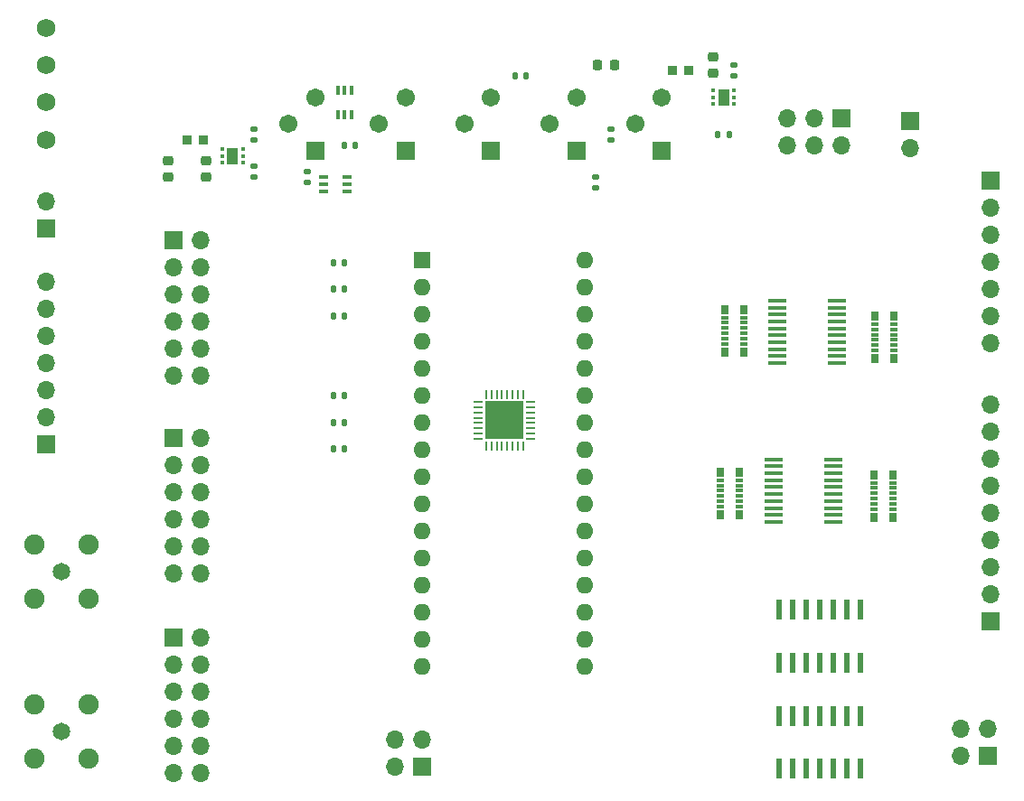
<source format=gbr>
%TF.GenerationSoftware,KiCad,Pcbnew,8.0.6-8.0.6-0~ubuntu24.04.1*%
%TF.CreationDate,2025-02-19T13:10:04-10:00*%
%TF.ProjectId,board_main,626f6172-645f-46d6-9169-6e2e6b696361,rev?*%
%TF.SameCoordinates,Original*%
%TF.FileFunction,Soldermask,Top*%
%TF.FilePolarity,Negative*%
%FSLAX46Y46*%
G04 Gerber Fmt 4.6, Leading zero omitted, Abs format (unit mm)*
G04 Created by KiCad (PCBNEW 8.0.6-8.0.6-0~ubuntu24.04.1) date 2025-02-19 13:10:04*
%MOMM*%
%LPD*%
G01*
G04 APERTURE LIST*
G04 Aperture macros list*
%AMRoundRect*
0 Rectangle with rounded corners*
0 $1 Rounding radius*
0 $2 $3 $4 $5 $6 $7 $8 $9 X,Y pos of 4 corners*
0 Add a 4 corners polygon primitive as box body*
4,1,4,$2,$3,$4,$5,$6,$7,$8,$9,$2,$3,0*
0 Add four circle primitives for the rounded corners*
1,1,$1+$1,$2,$3*
1,1,$1+$1,$4,$5*
1,1,$1+$1,$6,$7*
1,1,$1+$1,$8,$9*
0 Add four rect primitives between the rounded corners*
20,1,$1+$1,$2,$3,$4,$5,0*
20,1,$1+$1,$4,$5,$6,$7,0*
20,1,$1+$1,$6,$7,$8,$9,0*
20,1,$1+$1,$8,$9,$2,$3,0*%
G04 Aperture macros list end*
%ADD10R,1.700000X1.700000*%
%ADD11O,1.700000X1.700000*%
%ADD12RoundRect,0.135000X-0.135000X-0.185000X0.135000X-0.185000X0.135000X0.185000X-0.135000X0.185000X0*%
%ADD13R,1.676400X0.355600*%
%ADD14RoundRect,0.062500X-0.337500X-0.062500X0.337500X-0.062500X0.337500X0.062500X-0.337500X0.062500X0*%
%ADD15RoundRect,0.062500X-0.062500X-0.337500X0.062500X-0.337500X0.062500X0.337500X-0.062500X0.337500X0*%
%ADD16R,3.600000X3.600000*%
%ADD17C,1.651000*%
%ADD18C,1.905000*%
%ADD19RoundRect,0.135000X0.185000X-0.135000X0.185000X0.135000X-0.185000X0.135000X-0.185000X-0.135000X0*%
%ADD20R,0.558800X1.981200*%
%ADD21RoundRect,0.140000X-0.140000X-0.170000X0.140000X-0.170000X0.140000X0.170000X-0.140000X0.170000X0*%
%ADD22RoundRect,0.135000X-0.185000X0.135000X-0.185000X-0.135000X0.185000X-0.135000X0.185000X0.135000X0*%
%ADD23R,0.965200X0.939800*%
%ADD24R,0.449999X0.299999*%
%ADD25R,1.000000X1.599999*%
%ADD26R,1.600000X1.600000*%
%ADD27O,1.600000X1.600000*%
%ADD28R,0.876300X0.355600*%
%ADD29RoundRect,0.225000X0.250000X-0.225000X0.250000X0.225000X-0.250000X0.225000X-0.250000X-0.225000X0*%
%ADD30RoundRect,0.225000X-0.250000X0.225000X-0.250000X-0.225000X0.250000X-0.225000X0.250000X0.225000X0*%
%ADD31R,0.355600X0.876300*%
%ADD32RoundRect,0.140000X0.170000X-0.140000X0.170000X0.140000X-0.170000X0.140000X-0.170000X-0.140000X0*%
%ADD33RoundRect,0.135000X0.135000X0.185000X-0.135000X0.185000X-0.135000X-0.185000X0.135000X-0.185000X0*%
%ADD34RoundRect,0.102000X0.754000X-0.754000X0.754000X0.754000X-0.754000X0.754000X-0.754000X-0.754000X0*%
%ADD35C,1.712000*%
%ADD36R,0.787400X0.863600*%
%ADD37R,0.787400X0.355600*%
%ADD38C,1.727200*%
%ADD39RoundRect,0.225000X0.225000X0.250000X-0.225000X0.250000X-0.225000X-0.250000X0.225000X-0.250000X0*%
G04 APERTURE END LIST*
D10*
%TO.C,J11*%
X160000000Y-74225000D03*
D11*
X160000000Y-76765000D03*
%TD*%
D12*
%TO.C,R10*%
X106000000Y-87500000D03*
X107020000Y-87500000D03*
%TD*%
D10*
%TO.C,J9*%
X91000000Y-85380000D03*
D11*
X91000000Y-87920000D03*
X91000000Y-90460000D03*
X91000000Y-93000000D03*
X91000000Y-95540000D03*
X91000000Y-98080000D03*
X93540000Y-85380000D03*
X93540000Y-87920000D03*
X93540000Y-90460000D03*
X93540000Y-93000000D03*
X93540000Y-95540000D03*
X93540000Y-98080000D03*
%TD*%
D13*
%TO.C,U7*%
X147516200Y-91075000D03*
X147516200Y-91725001D03*
X147516200Y-92374999D03*
X147516200Y-93025001D03*
X147516200Y-93674999D03*
X147516200Y-94324998D03*
X147516200Y-94974999D03*
X147516200Y-95624998D03*
X147516200Y-96274999D03*
X147516200Y-96924998D03*
X153155000Y-96925000D03*
X153155000Y-96275002D03*
X153155000Y-95625001D03*
X153155000Y-94975002D03*
X153155000Y-94325001D03*
X153155000Y-93675002D03*
X153155000Y-93025001D03*
X153155000Y-92375002D03*
X153155000Y-91725001D03*
X153155000Y-91075002D03*
%TD*%
D14*
%TO.C,ADC1*%
X119550000Y-100550000D03*
X119550000Y-101050000D03*
X119550000Y-101550000D03*
X119550000Y-102050000D03*
X119550000Y-102550000D03*
X119550000Y-103050000D03*
X119550000Y-103550000D03*
X119550000Y-104050000D03*
D15*
X120250000Y-104750000D03*
X120750000Y-104750000D03*
X121250000Y-104750000D03*
X121750000Y-104750000D03*
X122250000Y-104750000D03*
X122750000Y-104750000D03*
X123250000Y-104750000D03*
X123750000Y-104750000D03*
D14*
X124450000Y-104050000D03*
X124450000Y-103550000D03*
X124450000Y-103050000D03*
X124450000Y-102550000D03*
X124450000Y-102050000D03*
X124450000Y-101550000D03*
X124450000Y-101050000D03*
X124450000Y-100550000D03*
D15*
X123750000Y-99850000D03*
X123250000Y-99850000D03*
X122750000Y-99850000D03*
X122250000Y-99850000D03*
X121750000Y-99850000D03*
X121250000Y-99850000D03*
X120750000Y-99850000D03*
X120250000Y-99850000D03*
D16*
X122000000Y-102300000D03*
%TD*%
D17*
%TO.C,J7*%
X80500000Y-116500000D03*
D18*
X83040000Y-113960000D03*
X77960000Y-113960000D03*
X77960000Y-119040000D03*
X83040000Y-119040000D03*
%TD*%
D13*
%TO.C,U8*%
X147180600Y-105967800D03*
X147180600Y-106617801D03*
X147180600Y-107267799D03*
X147180600Y-107917801D03*
X147180600Y-108567799D03*
X147180600Y-109217798D03*
X147180600Y-109867799D03*
X147180600Y-110517798D03*
X147180600Y-111167799D03*
X147180600Y-111817798D03*
X152819400Y-111817800D03*
X152819400Y-111167802D03*
X152819400Y-110517801D03*
X152819400Y-109867802D03*
X152819400Y-109217801D03*
X152819400Y-108567802D03*
X152819400Y-107917801D03*
X152819400Y-107267802D03*
X152819400Y-106617801D03*
X152819400Y-105967802D03*
%TD*%
D17*
%TO.C,J6*%
X80500000Y-131500000D03*
D18*
X83040000Y-128960000D03*
X77960000Y-128960000D03*
X77960000Y-134040000D03*
X83040000Y-134040000D03*
%TD*%
D19*
%TO.C,R1*%
X98500000Y-79510000D03*
X98500000Y-78490000D03*
%TD*%
D20*
%TO.C,U5*%
X155310000Y-120072400D03*
X154040000Y-120072400D03*
X152770000Y-120072400D03*
X151500000Y-120072400D03*
X150230000Y-120072400D03*
X148960000Y-120072400D03*
X147690000Y-120072400D03*
X147690000Y-125000000D03*
X148960000Y-125000000D03*
X150230000Y-125000000D03*
X151500000Y-125000000D03*
X152770000Y-125000000D03*
X154040000Y-125000000D03*
X155310000Y-125000000D03*
%TD*%
%TO.C,U6*%
X155310000Y-130036200D03*
X154040000Y-130036200D03*
X152770000Y-130036200D03*
X151500000Y-130036200D03*
X150230000Y-130036200D03*
X148960000Y-130036200D03*
X147690000Y-130036200D03*
X147690000Y-134963800D03*
X148960000Y-134963800D03*
X150230000Y-134963800D03*
X151500000Y-134963800D03*
X152770000Y-134963800D03*
X154040000Y-134963800D03*
X155310000Y-134963800D03*
%TD*%
D21*
%TO.C,C6*%
X107020000Y-76500000D03*
X107980000Y-76500000D03*
%TD*%
D11*
%TO.C,J13*%
X114275000Y-132235000D03*
X111735000Y-134775000D03*
D10*
X114275000Y-134775000D03*
D11*
X111735000Y-132235000D03*
%TD*%
D12*
%TO.C,R13*%
X106000000Y-100000000D03*
X107020000Y-100000000D03*
%TD*%
D22*
%TO.C,R3*%
X98500000Y-74990000D03*
X98500000Y-76010000D03*
%TD*%
D19*
%TO.C,R9*%
X132000000Y-76000000D03*
X132000000Y-74980000D03*
%TD*%
D23*
%TO.C,L2*%
X139249300Y-69500000D03*
X137750700Y-69500000D03*
%TD*%
D24*
%TO.C,U1*%
X97474999Y-78150001D03*
X97474999Y-77500000D03*
X97474999Y-76850001D03*
X95525001Y-76850001D03*
X95525001Y-77500000D03*
X95525001Y-78150001D03*
D25*
X96500000Y-77500000D03*
%TD*%
D26*
%TO.C,ADC2*%
X114260000Y-87300000D03*
D27*
X114260000Y-89840000D03*
X114260000Y-92380000D03*
X114260000Y-94920000D03*
X114260000Y-97460000D03*
X114260000Y-100000000D03*
X114260000Y-102540000D03*
X114260000Y-105080000D03*
X114260000Y-107620000D03*
X114260000Y-110160000D03*
X114260000Y-112700000D03*
X114260000Y-115240000D03*
X114260000Y-117780000D03*
X114260000Y-120320000D03*
X114260000Y-122860000D03*
X114260000Y-125400000D03*
X129500000Y-125400000D03*
X129500000Y-122860000D03*
X129500000Y-120320000D03*
X129500000Y-117780000D03*
X129500000Y-115240000D03*
X129500000Y-112700000D03*
X129500000Y-110160000D03*
X129500000Y-107620000D03*
X129500000Y-105080000D03*
X129500000Y-102540000D03*
X129500000Y-100000000D03*
X129500000Y-97460000D03*
X129500000Y-94920000D03*
X129500000Y-92380000D03*
X129500000Y-89840000D03*
X129500000Y-87300000D03*
%TD*%
D10*
%TO.C,J10*%
X91000000Y-122650000D03*
D11*
X91000000Y-125190000D03*
X91000000Y-127730000D03*
X91000000Y-130270000D03*
X91000000Y-132810000D03*
X91000000Y-135350000D03*
X93540000Y-122650000D03*
X93540000Y-125190000D03*
X93540000Y-127730000D03*
X93540000Y-130270000D03*
X93540000Y-132810000D03*
X93540000Y-135350000D03*
%TD*%
D28*
%TO.C,U3*%
X105000000Y-80799998D03*
X105000000Y-80149999D03*
X105000000Y-79500000D03*
X107222500Y-79500000D03*
X107222500Y-80149999D03*
X107222500Y-80799998D03*
%TD*%
D29*
%TO.C,C9*%
X141500000Y-69775000D03*
X141500000Y-68225000D03*
%TD*%
D30*
%TO.C,C2*%
X94000000Y-77950000D03*
X94000000Y-79500000D03*
%TD*%
D22*
%TO.C,R18*%
X130500000Y-79490000D03*
X130500000Y-80510000D03*
%TD*%
D12*
%TO.C,R14*%
X105990000Y-102500000D03*
X107010000Y-102500000D03*
%TD*%
D31*
%TO.C,U2*%
X106350001Y-73611250D03*
X107000000Y-73611250D03*
X107649999Y-73611250D03*
X107649999Y-71388750D03*
X107000000Y-71388750D03*
X106350001Y-71388750D03*
%TD*%
D10*
%TO.C,J4*%
X167500000Y-79840000D03*
D11*
X167500000Y-82380000D03*
X167500000Y-84920000D03*
X167500000Y-87460000D03*
X167500000Y-90000000D03*
X167500000Y-92540000D03*
X167500000Y-95080000D03*
%TD*%
D32*
%TO.C,C10*%
X143500000Y-69980000D03*
X143500000Y-69020000D03*
%TD*%
D11*
%TO.C,J5*%
X148460000Y-73960000D03*
X151000000Y-73960000D03*
D10*
X153540000Y-73960000D03*
D11*
X148460000Y-76500000D03*
X151000000Y-76500000D03*
X153540000Y-76500000D03*
%TD*%
D33*
%TO.C,R7*%
X143010000Y-75500000D03*
X141990000Y-75500000D03*
%TD*%
D19*
%TO.C,R4*%
X103500000Y-80010000D03*
X103500000Y-78990000D03*
%TD*%
D12*
%TO.C,R11*%
X106000000Y-90000000D03*
X107020000Y-90000000D03*
%TD*%
D34*
%TO.C,R5*%
X112730000Y-77000000D03*
D35*
X110230000Y-74500000D03*
X112730000Y-72000000D03*
%TD*%
D34*
%TO.C,R2*%
X104230000Y-77000000D03*
D35*
X101730000Y-74500000D03*
X104230000Y-72000000D03*
%TD*%
D12*
%TO.C,R16*%
X122990000Y-70000000D03*
X124010000Y-70000000D03*
%TD*%
D34*
%TO.C,R6*%
X120730000Y-77000000D03*
D35*
X118230000Y-74500000D03*
X120730000Y-72000000D03*
%TD*%
D24*
%TO.C,U4*%
X143500000Y-72650001D03*
X143500000Y-72000000D03*
X143500000Y-71350001D03*
X141550002Y-71350001D03*
X141550002Y-72000000D03*
X141550002Y-72650001D03*
D25*
X142525001Y-72000000D03*
%TD*%
D12*
%TO.C,R15*%
X105980000Y-105000000D03*
X107000000Y-105000000D03*
%TD*%
D10*
%TO.C,J1*%
X79000000Y-84275000D03*
D11*
X79000000Y-81735000D03*
%TD*%
D36*
%TO.C,R22*%
X156585600Y-107411600D03*
D37*
X156585600Y-108159122D03*
X156585600Y-108652644D03*
X156585600Y-109146166D03*
X156585600Y-109639688D03*
X156585600Y-110133210D03*
X156585600Y-110626732D03*
D36*
X156585600Y-111374000D03*
X158414400Y-111374000D03*
D37*
X158414400Y-110626732D03*
X158414400Y-110133210D03*
X158414400Y-109639688D03*
X158414400Y-109146166D03*
X158414400Y-108652644D03*
X158414400Y-108159122D03*
D36*
X158414400Y-107411600D03*
%TD*%
D30*
%TO.C,C1*%
X90500000Y-77950000D03*
X90500000Y-79500000D03*
%TD*%
D10*
%TO.C,J2*%
X79000000Y-104540000D03*
D11*
X79000000Y-102000000D03*
X79000000Y-99460000D03*
X79000000Y-96920000D03*
X79000000Y-94380000D03*
X79000000Y-91840000D03*
X79000000Y-89300000D03*
%TD*%
%TO.C,J12*%
X167275000Y-131235000D03*
X164735000Y-131235000D03*
D10*
X167275000Y-133775000D03*
D11*
X164735000Y-133775000D03*
%TD*%
D36*
%TO.C,R21*%
X156671200Y-92537600D03*
D37*
X156671200Y-93285122D03*
X156671200Y-93778644D03*
X156671200Y-94272166D03*
X156671200Y-94765688D03*
X156671200Y-95259210D03*
X156671200Y-95752732D03*
D36*
X156671200Y-96500000D03*
X158500000Y-96500000D03*
D37*
X158500000Y-95752732D03*
X158500000Y-95259210D03*
X158500000Y-94765688D03*
X158500000Y-94272166D03*
X158500000Y-93778644D03*
X158500000Y-93285122D03*
D36*
X158500000Y-92537600D03*
%TD*%
D23*
%TO.C,L1*%
X93749300Y-76000000D03*
X92250700Y-76000000D03*
%TD*%
D38*
%TO.C,J14*%
X79000000Y-65499999D03*
X79000000Y-69000000D03*
X79000000Y-72500000D03*
X79000000Y-76000001D03*
%TD*%
D34*
%TO.C,R17*%
X128730000Y-77000000D03*
D35*
X126230000Y-74500000D03*
X128730000Y-72000000D03*
%TD*%
D39*
%TO.C,C8*%
X132275000Y-69000000D03*
X130725000Y-69000000D03*
%TD*%
D10*
%TO.C,J8*%
X90960000Y-103920000D03*
D11*
X90960000Y-106460000D03*
X90960000Y-109000000D03*
X90960000Y-111540000D03*
X90960000Y-114080000D03*
X90960000Y-116620000D03*
X93500000Y-103920000D03*
X93500000Y-106460000D03*
X93500000Y-109000000D03*
X93500000Y-111540000D03*
X93500000Y-114080000D03*
X93500000Y-116620000D03*
%TD*%
D36*
%TO.C,R19*%
X142585600Y-91911600D03*
D37*
X142585600Y-92659122D03*
X142585600Y-93152644D03*
X142585600Y-93646166D03*
X142585600Y-94139688D03*
X142585600Y-94633210D03*
X142585600Y-95126732D03*
D36*
X142585600Y-95874000D03*
X144414400Y-95874000D03*
D37*
X144414400Y-95126732D03*
X144414400Y-94633210D03*
X144414400Y-94139688D03*
X144414400Y-93646166D03*
X144414400Y-93152644D03*
X144414400Y-92659122D03*
D36*
X144414400Y-91911600D03*
%TD*%
D34*
%TO.C,R8*%
X136730000Y-77000000D03*
D35*
X134230000Y-74500000D03*
X136730000Y-72000000D03*
%TD*%
D36*
%TO.C,R20*%
X142171200Y-107158234D03*
D37*
X142171200Y-107905756D03*
X142171200Y-108399278D03*
X142171200Y-108892800D03*
X142171200Y-109386322D03*
X142171200Y-109879844D03*
X142171200Y-110373366D03*
D36*
X142171200Y-111120634D03*
X144000000Y-111120634D03*
D37*
X144000000Y-110373366D03*
X144000000Y-109879844D03*
X144000000Y-109386322D03*
X144000000Y-108892800D03*
X144000000Y-108399278D03*
X144000000Y-107905756D03*
D36*
X144000000Y-107158234D03*
%TD*%
D12*
%TO.C,R12*%
X106000000Y-92500000D03*
X107020000Y-92500000D03*
%TD*%
D10*
%TO.C,J3*%
X167500000Y-121160000D03*
D11*
X167500000Y-118620000D03*
X167500000Y-116080000D03*
X167500000Y-113540000D03*
X167500000Y-111000000D03*
X167500000Y-108460000D03*
X167500000Y-105920000D03*
X167500000Y-103380000D03*
X167500000Y-100840000D03*
%TD*%
M02*

</source>
